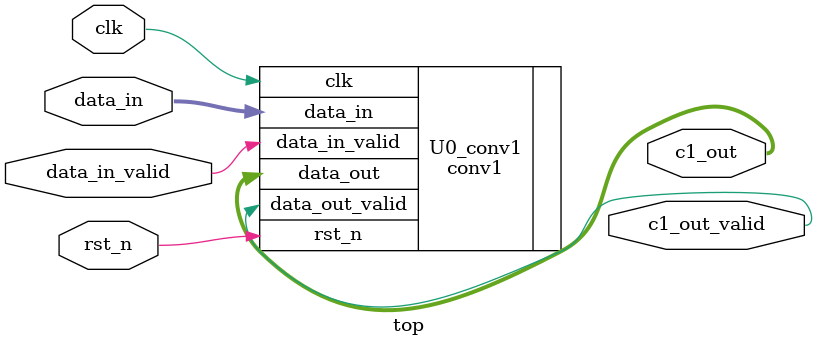
<source format=v>
`timescale 1ns / 1ps


module top(
    input clk,
    input rst_n,
    
    input   [7:0] data_in,
    input   data_in_valid,

    output  c1_out_valid,
    output  [32*16-1:0]c1_out
    );
 
//wire [32*16-1:0]c1_out;
//wire c1_out_valid;

wire [32*16-1:0]p1_out;
wire p1_out_valid;

wire [32*16-1:0]p1_fifo_out;
wire p1_fifo_out_valid;


conv1 U0_conv1(
.clk(clk),
.rst_n(rst_n),

.data_in(data_in),
.data_in_valid(data_in_valid),
.data_out(c1_out),
.data_out_valid(c1_out_valid)
);

//pool1 U1_pool1(
//.clk(clk),
//.rst_n(rst_n),

//.data_in(c1_out),
//.data_in_valid(c1_out_valid),
//.data_out(p1_out),
//.data_out_valid(p1_out_valid)
//);

//wire c2_ready;
//p1_data_fifo U2_p1_data_fifo(
//.clk(clk),
//.rst_n(rst_n),
//.c2_ready(c2_ready),
//.data_in(p1_out),
//.data_in_valid(p1_out_valid),
//.data_out(p1_fifo_out),
//.data_out_valid(p1_fifo_out_valid)
//);

//wire [15:0] c2_data_out;
//wire c2_data_out_valid;
//conv2 U3_conv2(
//.clk(clk),
//.rst_n(rst_n),

//.data_in(p1_fifo_out),
//.data_in_valid(p1_fifo_out_valid),
//.c2_ready(c2_ready),
//.data_out(c2_data_out),
//.data_out_valid(c2_data_out_valid)
//);
//wire [16*8-1:0] c1_reshape_out;
//wire c1_reshape_out_valid;

//c2_reshape U4_c2_reshape(
//.clk(clk),
//.rst_n(rst_n),

//.data_in(c2_data_out),
//.data_in_valid(c2_data_out_valid),

//.data_out(c1_reshape_out),
//.data_out_valid(c1_reshape_out_valid)
//);

//wire [16*8-1:0] pool2_out;
//wire pool2_out_valid;
//pool2 U5_pool2(
//.clk(clk),
//.rst_n(rst_n),

//.data_in(c1_reshape_out),
//.data_in_valid(c1_reshape_out_valid),

//.data_out(pool2_out),
//.data_out_valid(pool2_out_valid)
 
//);

//wire [3:0] id;
//wire dense_out_valid;
//dense U6_dense(
//.clk(clk),
//.rst_n(rst_n),

//.data_in(pool2_out),
//.data_in_valid(pool2_out_valid),

//.id(id),
//.data_out_valid(dense_out_valid)
//);


////------------------------------------------------------------------------------------------------------------
//assign open_valid = ((id == 1 || id == 2 || id == 3 || id == 4) && dense_out_valid)?1:0;

endmodule
</source>
